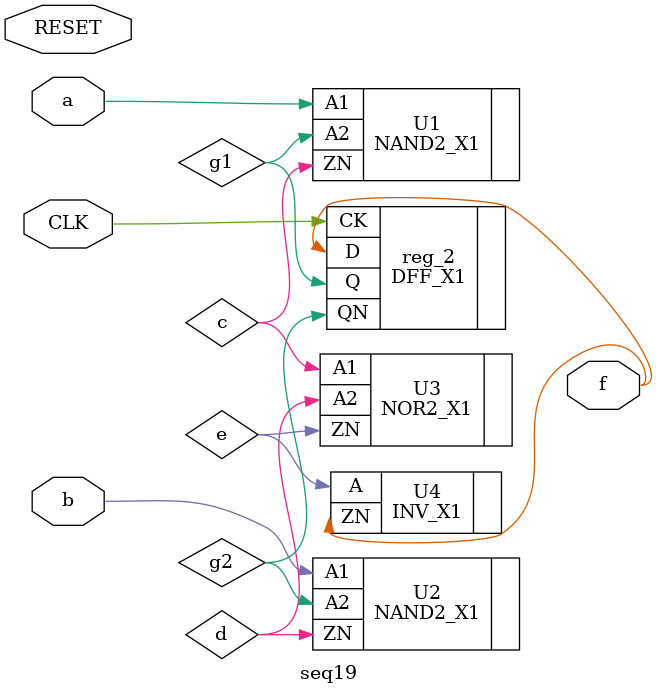
<source format=v>
module seq19(a, b, f, RESET, CLK);

    input a, b, RESET, CLK;
    output f;

    wire c, d, e, g1, g2;

    NAND2_X1 U1 ( .A1(a), .A2(g1), .ZN(c) );
    NAND2_X1 U2 ( .A1(b), .A2(g2), .ZN(d) );
    NOR2_X1 U3 ( .A1(c), .A2(d), .ZN(e) );
    INV_X1 U4 ( .A(e), .ZN(f) );
    DFF_X1 reg_2 ( .D(f), .CK(CLK), .Q(g1), .QN(g2));

endmodule

</source>
